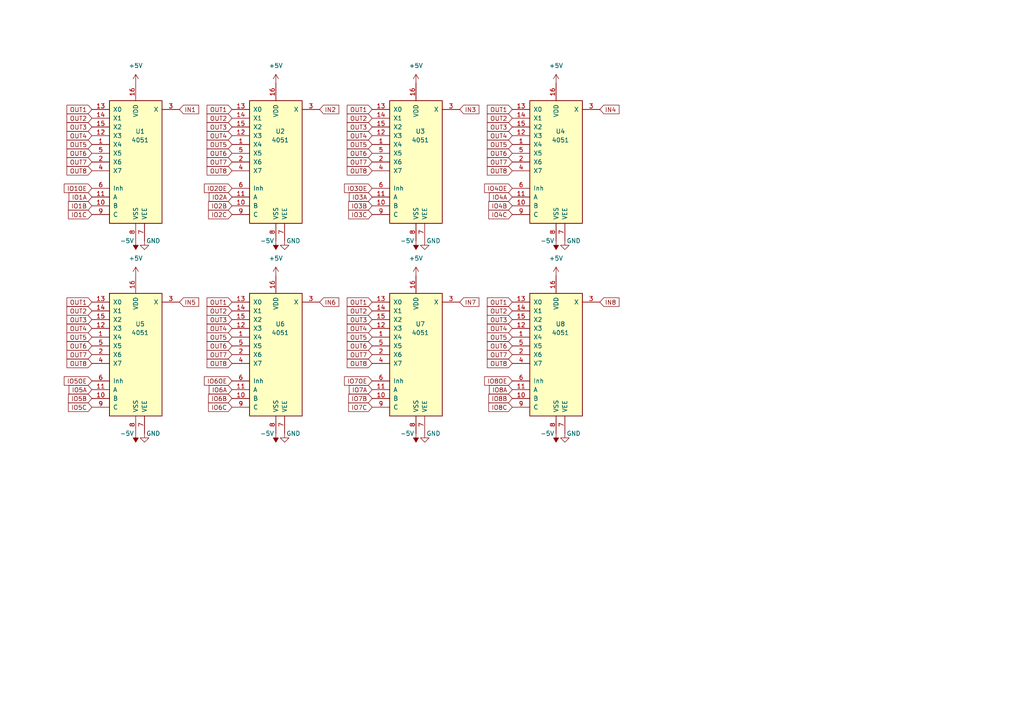
<source format=kicad_sch>
(kicad_sch (version 20230121) (generator eeschema)
  (paper "A4")
  (lib_symbols
    (symbol "4xxx:4051" (pin_names (offset 1.016))
      (property "Reference" "U" (at -7.62 19.05 0))
      (property "Value" "4051" (at -7.62 -19.05 0))
      (symbol "4051_1_0"
        (pin passive line (at -12.7 5.08 0) (length 5.08) (name "X4") (number "1"))
        (pin input line (at -12.7 -12.7 0) (length 5.08) (name "B") (number "10"))
        (pin input line (at -12.7 -10.16 0) (length 5.08) (name "A") (number "11"))
        (pin passive line (at -12.7 7.62 0) (length 5.08) (name "X3") (number "12"))
        (pin passive line (at -12.7 15.24 0) (length 5.08) (name "X0") (number "13"))
        (pin passive line (at -12.7 12.7 0) (length 5.08) (name "X1") (number "14"))
        (pin passive line (at -12.7 10.16 0) (length 5.08) (name "X2") (number "15"))
        (pin power_in line (at 0 22.86 270) (length 5.08) (name "VDD") (number "16"))
        (pin passive line (at -12.7 0 0) (length 5.08) (name "X6") (number "2"))
        (pin passive line (at 12.7 15.24 180) (length 5.08) (name "X") (number "3"))
        (pin passive line (at -12.7 -2.54 0) (length 5.08) (name "X7") (number "4"))
        (pin passive line (at -12.7 2.54 0) (length 5.08) (name "X5") (number "5"))
        (pin input line (at -12.7 -7.62 0) (length 5.08) (name "Inh") (number "6"))
        (pin power_in line (at 2.54 -22.86 90) (length 5.08) (name "VEE") (number "7"))
        (pin power_in line (at 0 -22.86 90) (length 5.08) (name "VSS") (number "8"))
        (pin input line (at -12.7 -15.24 0) (length 5.08) (name "C") (number "9"))
      )
      (symbol "4051_1_1"
        (rectangle (start -7.62 17.78) (end 7.62 -17.78) (stroke (width 0.254)) (fill (type background)))
      )
    )
    (symbol "power:+5V" (power) (pin_names (offset 0))
      (property "Value" "+5V" (at 0 3.556 0))
      (symbol "+5V_0_1"
        (polyline (pts (xy -0.762 1.27) (xy 0 2.54)))
        (polyline (pts (xy 0 0) (xy 0 2.54)))
        (polyline (pts (xy 0 2.54) (xy 0.762 1.27)))
      )
      (symbol "+5V_1_1"
        (pin power_in line (at 0 0 90) (length 0) hide (name "+5V") (number "1"))
      )
    )
    (symbol "power:-5V" (power) (pin_names (offset 0))
      (property "Value" "-5V" (at 0 3.81 0))
      (symbol "-5V_0_0"
        (pin power_in line (at 0 0 90) (length 0) hide (name "-5V") (number "1"))
      )
      (symbol "-5V_0_1"
        (polyline (pts (xy 0 0) (xy 0 1.27) (xy 0.762 1.27) (xy 0 2.54) (xy -0.762 1.27) (xy 0 1.27)) (fill (type outline)))
      )
    )
    (symbol "power:GND" (power) (pin_names (offset 0))
      (property "Value" "GND" (at 0 -3.81 0))
      (symbol "GND_0_1"
        (polyline (pts (xy 0 0) (xy 0 -1.27) (xy 1.27 -1.27) (xy 0 -2.54) (xy -1.27 -1.27) (xy 0 -1.27)))
      )
      (symbol "GND_1_1"
        (pin power_in line (at 0 0 270) (length 0) hide (name "GND") (number "1"))
      )
    )
  )
  (global_label "OUT2" (shape input) (at 148.59 90.17 180) (property "Intersheetrefs" "${INTERSHEET_REFS}" (effects hide)))
  (global_label "OUT6" (shape input) (at 67.31 44.45 180) (property "Intersheetrefs" "${INTERSHEET_REFS}" (effects hide)))
  (global_label "IN6" (shape input) (at 92.71 87.63 0) (property "Intersheetrefs" "${INTERSHEET_REFS}" (effects hide)))
  (global_label "OUT6" (shape input) (at 148.59 100.33 180) (property "Intersheetrefs" "${INTERSHEET_REFS}" (effects hide)))
  (global_label "IN7" (shape input) (at 133.35 87.63 0) (property "Intersheetrefs" "${INTERSHEET_REFS}" (effects hide)))
  (global_label "OUT6" (shape input) (at 67.31 100.33 180) (property "Intersheetrefs" "${INTERSHEET_REFS}" (effects hide)))
  (global_label "OUT2" (shape input) (at 148.59 34.29 180) (property "Intersheetrefs" "${INTERSHEET_REFS}" (effects hide)))
  (global_label "IO2C" (shape input) (at 67.31 62.23 180) (property "Intersheetrefs" "${INTERSHEET_REFS}" (effects hide)))
  (global_label "IN2" (shape input) (at 92.71 31.75 0) (property "Intersheetrefs" "${INTERSHEET_REFS}" (effects hide)))
  (global_label "IO2A" (shape input) (at 67.31 57.15 180) (property "Intersheetrefs" "${INTERSHEET_REFS}" (effects hide)))
  (global_label "IO1C" (shape input) (at 26.67 62.23 180) (property "Intersheetrefs" "${INTERSHEET_REFS}" (effects hide)))
  (global_label "OUT4" (shape input) (at 26.67 95.25 180) (property "Intersheetrefs" "${INTERSHEET_REFS}" (effects hide)))
  (global_label "OUT2" (shape input) (at 107.95 90.17 180) (property "Intersheetrefs" "${INTERSHEET_REFS}" (effects hide)))
  (global_label "OUT7" (shape input) (at 107.95 102.87 180) (property "Intersheetrefs" "${INTERSHEET_REFS}" (effects hide)))
  (global_label "IO3B" (shape input) (at 107.95 59.69 180) (property "Intersheetrefs" "${INTERSHEET_REFS}" (effects hide)))
  (global_label "OUT1" (shape input) (at 148.59 87.63 180) (property "Intersheetrefs" "${INTERSHEET_REFS}" (effects hide)))
  (global_label "IO3OE" (shape input) (at 107.95 54.61 180) (property "Intersheetrefs" "${INTERSHEET_REFS}" (effects hide)))
  (global_label "IO4B" (shape input) (at 148.59 59.69 180) (property "Intersheetrefs" "${INTERSHEET_REFS}" (effects hide)))
  (global_label "OUT3" (shape input) (at 67.31 92.71 180) (property "Intersheetrefs" "${INTERSHEET_REFS}" (effects hide)))
  (global_label "OUT4" (shape input) (at 148.59 39.37 180) (property "Intersheetrefs" "${INTERSHEET_REFS}" (effects hide)))
  (global_label "OUT6" (shape input) (at 107.95 100.33 180) (property "Intersheetrefs" "${INTERSHEET_REFS}" (effects hide)))
  (global_label "OUT2" (shape input) (at 107.95 34.29 180) (property "Intersheetrefs" "${INTERSHEET_REFS}" (effects hide)))
  (global_label "IO8C" (shape input) (at 148.59 118.11 180) (property "Intersheetrefs" "${INTERSHEET_REFS}" (effects hide)))
  (global_label "OUT3" (shape input) (at 107.95 36.83 180) (property "Intersheetrefs" "${INTERSHEET_REFS}" (effects hide)))
  (global_label "IO4C" (shape input) (at 148.59 62.23 180) (property "Intersheetrefs" "${INTERSHEET_REFS}" (effects hide)))
  (global_label "OUT5" (shape input) (at 107.95 97.79 180) (property "Intersheetrefs" "${INTERSHEET_REFS}" (effects hide)))
  (global_label "OUT8" (shape input) (at 67.31 49.53 180) (property "Intersheetrefs" "${INTERSHEET_REFS}" (effects hide)))
  (global_label "IO4A" (shape input) (at 148.59 57.15 180) (property "Intersheetrefs" "${INTERSHEET_REFS}" (effects hide)))
  (global_label "IO5OE" (shape input) (at 26.67 110.49 180) (property "Intersheetrefs" "${INTERSHEET_REFS}" (effects hide)))
  (global_label "OUT4" (shape input) (at 148.59 95.25 180) (property "Intersheetrefs" "${INTERSHEET_REFS}" (effects hide)))
  (global_label "OUT5" (shape input) (at 107.95 41.91 180) (property "Intersheetrefs" "${INTERSHEET_REFS}" (effects hide)))
  (global_label "OUT3" (shape input) (at 148.59 36.83 180) (property "Intersheetrefs" "${INTERSHEET_REFS}" (effects hide)))
  (global_label "OUT4" (shape input) (at 107.95 95.25 180) (property "Intersheetrefs" "${INTERSHEET_REFS}" (effects hide)))
  (global_label "OUT3" (shape input) (at 148.59 92.71 180) (property "Intersheetrefs" "${INTERSHEET_REFS}" (effects hide)))
  (global_label "IO7B" (shape input) (at 107.95 115.57 180) (property "Intersheetrefs" "${INTERSHEET_REFS}" (effects hide)))
  (global_label "OUT5" (shape input) (at 26.67 41.91 180) (property "Intersheetrefs" "${INTERSHEET_REFS}" (effects hide)))
  (global_label "OUT4" (shape input) (at 107.95 39.37 180) (property "Intersheetrefs" "${INTERSHEET_REFS}" (effects hide)))
  (global_label "IO5A" (shape input) (at 26.67 113.03 180) (property "Intersheetrefs" "${INTERSHEET_REFS}" (effects hide)))
  (global_label "IO6OE" (shape input) (at 67.31 110.49 180) (property "Intersheetrefs" "${INTERSHEET_REFS}" (effects hide)))
  (global_label "IO8A" (shape input) (at 148.59 113.03 180) (property "Intersheetrefs" "${INTERSHEET_REFS}" (effects hide)))
  (global_label "OUT3" (shape input) (at 26.67 92.71 180) (property "Intersheetrefs" "${INTERSHEET_REFS}" (effects hide)))
  (global_label "OUT7" (shape input) (at 67.31 46.99 180) (property "Intersheetrefs" "${INTERSHEET_REFS}" (effects hide)))
  (global_label "IO8OE" (shape input) (at 148.59 110.49 180) (property "Intersheetrefs" "${INTERSHEET_REFS}" (effects hide)))
  (global_label "OUT6" (shape input) (at 107.95 44.45 180) (property "Intersheetrefs" "${INTERSHEET_REFS}" (effects hide)))
  (global_label "OUT7" (shape input) (at 107.95 46.99 180) (property "Intersheetrefs" "${INTERSHEET_REFS}" (effects hide)))
  (global_label "OUT5" (shape input) (at 148.59 97.79 180) (property "Intersheetrefs" "${INTERSHEET_REFS}" (effects hide)))
  (global_label "IO7OE" (shape input) (at 107.95 110.49 180) (property "Intersheetrefs" "${INTERSHEET_REFS}" (effects hide)))
  (global_label "OUT8" (shape input) (at 148.59 49.53 180) (property "Intersheetrefs" "${INTERSHEET_REFS}" (effects hide)))
  (global_label "OUT8" (shape input) (at 26.67 105.41 180) (property "Intersheetrefs" "${INTERSHEET_REFS}" (effects hide)))
  (global_label "OUT5" (shape input) (at 26.67 97.79 180) (property "Intersheetrefs" "${INTERSHEET_REFS}" (effects hide)))
  (global_label "IO3C" (shape input) (at 107.95 62.23 180) (property "Intersheetrefs" "${INTERSHEET_REFS}" (effects hide)))
  (global_label "OUT1" (shape input) (at 67.31 87.63 180) (property "Intersheetrefs" "${INTERSHEET_REFS}" (effects hide)))
  (global_label "IO4OE" (shape input) (at 148.59 54.61 180) (property "Intersheetrefs" "${INTERSHEET_REFS}" (effects hide)))
  (global_label "OUT1" (shape input) (at 67.31 31.75 180) (property "Intersheetrefs" "${INTERSHEET_REFS}" (effects hide)))
  (global_label "IN4" (shape input) (at 173.99 31.75 0) (property "Intersheetrefs" "${INTERSHEET_REFS}" (effects hide)))
  (global_label "OUT8" (shape input) (at 107.95 105.41 180) (property "Intersheetrefs" "${INTERSHEET_REFS}" (effects hide)))
  (global_label "OUT3" (shape input) (at 67.31 36.83 180) (property "Intersheetrefs" "${INTERSHEET_REFS}" (effects hide)))
  (global_label "OUT8" (shape input) (at 26.67 49.53 180) (property "Intersheetrefs" "${INTERSHEET_REFS}" (effects hide)))
  (global_label "OUT2" (shape input) (at 26.67 34.29 180) (property "Intersheetrefs" "${INTERSHEET_REFS}" (effects hide)))
  (global_label "OUT8" (shape input) (at 107.95 49.53 180) (property "Intersheetrefs" "${INTERSHEET_REFS}" (effects hide)))
  (global_label "OUT1" (shape input) (at 26.67 87.63 180) (property "Intersheetrefs" "${INTERSHEET_REFS}" (effects hide)))
  (global_label "OUT7" (shape input) (at 26.67 46.99 180) (property "Intersheetrefs" "${INTERSHEET_REFS}" (effects hide)))
  (global_label "IO5B" (shape input) (at 26.67 115.57 180) (property "Intersheetrefs" "${INTERSHEET_REFS}" (effects hide)))
  (global_label "OUT1" (shape input) (at 148.59 31.75 180) (property "Intersheetrefs" "${INTERSHEET_REFS}" (effects hide)))
  (global_label "IO6C" (shape input) (at 67.31 118.11 180) (property "Intersheetrefs" "${INTERSHEET_REFS}" (effects hide)))
  (global_label "IO7C" (shape input) (at 107.95 118.11 180) (property "Intersheetrefs" "${INTERSHEET_REFS}" (effects hide)))
  (global_label "IO1B" (shape input) (at 26.67 59.69 180) (property "Intersheetrefs" "${INTERSHEET_REFS}" (effects hide)))
  (global_label "OUT7" (shape input) (at 148.59 102.87 180) (property "Intersheetrefs" "${INTERSHEET_REFS}" (effects hide)))
  (global_label "IO6B" (shape input) (at 67.31 115.57 180) (property "Intersheetrefs" "${INTERSHEET_REFS}" (effects hide)))
  (global_label "OUT6" (shape input) (at 148.59 44.45 180) (property "Intersheetrefs" "${INTERSHEET_REFS}" (effects hide)))
  (global_label "IN3" (shape input) (at 133.35 31.75 0) (property "Intersheetrefs" "${INTERSHEET_REFS}" (effects hide)))
  (global_label "IN5" (shape input) (at 52.07 87.63 0) (property "Intersheetrefs" "${INTERSHEET_REFS}" (effects hide)))
  (global_label "OUT6" (shape input) (at 26.67 100.33 180) (property "Intersheetrefs" "${INTERSHEET_REFS}" (effects hide)))
  (global_label "OUT3" (shape input) (at 107.95 92.71 180) (property "Intersheetrefs" "${INTERSHEET_REFS}" (effects hide)))
  (global_label "IN1" (shape input) (at 52.07 31.75 0) (property "Intersheetrefs" "${INTERSHEET_REFS}" (effects hide)))
  (global_label "IO7A" (shape input) (at 107.95 113.03 180) (property "Intersheetrefs" "${INTERSHEET_REFS}" (effects hide)))
  (global_label "IO1A" (shape input) (at 26.67 57.15 180) (property "Intersheetrefs" "${INTERSHEET_REFS}" (effects hide)))
  (global_label "IO2OE" (shape input) (at 67.31 54.61 180) (property "Intersheetrefs" "${INTERSHEET_REFS}" (effects hide)))
  (global_label "OUT7" (shape input) (at 67.31 102.87 180) (property "Intersheetrefs" "${INTERSHEET_REFS}" (effects hide)))
  (global_label "IO1OE" (shape input) (at 26.67 54.61 180) (property "Intersheetrefs" "${INTERSHEET_REFS}" (effects hide)))
  (global_label "OUT7" (shape input) (at 26.67 102.87 180) (property "Intersheetrefs" "${INTERSHEET_REFS}" (effects hide)))
  (global_label "OUT8" (shape input) (at 67.31 105.41 180) (property "Intersheetrefs" "${INTERSHEET_REFS}" (effects hide)))
  (global_label "OUT1" (shape input) (at 107.95 87.63 180) (property "Intersheetrefs" "${INTERSHEET_REFS}" (effects hide)))
  (global_label "OUT4" (shape input) (at 26.67 39.37 180) (property "Intersheetrefs" "${INTERSHEET_REFS}" (effects hide)))
  (global_label "OUT8" (shape input) (at 148.59 105.41 180) (property "Intersheetrefs" "${INTERSHEET_REFS}" (effects hide)))
  (global_label "OUT3" (shape input) (at 26.67 36.83 180) (property "Intersheetrefs" "${INTERSHEET_REFS}" (effects hide)))
  (global_label "IN8" (shape input) (at 173.99 87.63 0) (property "Intersheetrefs" "${INTERSHEET_REFS}" (effects hide)))
  (global_label "IO6A" (shape input) (at 67.31 113.03 180) (property "Intersheetrefs" "${INTERSHEET_REFS}" (effects hide)))
  (global_label "OUT1" (shape input) (at 26.67 31.75 180) (property "Intersheetrefs" "${INTERSHEET_REFS}" (effects hide)))
  (global_label "OUT7" (shape input) (at 148.59 46.99 180) (property "Intersheetrefs" "${INTERSHEET_REFS}" (effects hide)))
  (global_label "OUT5" (shape input) (at 148.59 41.91 180) (property "Intersheetrefs" "${INTERSHEET_REFS}" (effects hide)))
  (global_label "IO3A" (shape input) (at 107.95 57.15 180) (property "Intersheetrefs" "${INTERSHEET_REFS}" (effects hide)))
  (global_label "OUT2" (shape input) (at 67.31 34.29 180) (property "Intersheetrefs" "${INTERSHEET_REFS}" (effects hide)))
  (global_label "IO8B" (shape input) (at 148.59 115.57 180) (property "Intersheetrefs" "${INTERSHEET_REFS}" (effects hide)))
  (global_label "OUT5" (shape input) (at 67.31 97.79 180) (property "Intersheetrefs" "${INTERSHEET_REFS}" (effects hide)))
  (global_label "OUT1" (shape input) (at 107.95 31.75 180) (property "Intersheetrefs" "${INTERSHEET_REFS}" (effects hide)))
  (global_label "OUT4" (shape input) (at 67.31 95.25 180) (property "Intersheetrefs" "${INTERSHEET_REFS}" (effects hide)))
  (global_label "IO2B" (shape input) (at 67.31 59.69 180) (property "Intersheetrefs" "${INTERSHEET_REFS}" (effects hide)))
  (global_label "OUT2" (shape input) (at 67.31 90.17 180) (property "Intersheetrefs" "${INTERSHEET_REFS}" (effects hide)))
  (global_label "IO5C" (shape input) (at 26.67 118.11 180) (property "Intersheetrefs" "${INTERSHEET_REFS}" (effects hide)))
  (global_label "OUT2" (shape input) (at 26.67 90.17 180) (property "Intersheetrefs" "${INTERSHEET_REFS}" (effects hide)))
  (global_label "OUT5" (shape input) (at 67.31 41.91 180) (property "Intersheetrefs" "${INTERSHEET_REFS}" (effects hide)))
  (global_label "OUT6" (shape input) (at 26.67 44.45 180) (property "Intersheetrefs" "${INTERSHEET_REFS}" (effects hide)))
  (global_label "OUT4" (shape input) (at 67.31 39.37 180) (property "Intersheetrefs" "${INTERSHEET_REFS}" (effects hide)))
  (symbol (lib_id "power:GND") (at 41.91 125.73 0) (unit 1)
    (property "Reference" "#PWR015" (effects hide))
    (property "Value" "GND" (at 44.45 125.73 0))
  )
  (symbol (lib_id "power:+5V") (at 161.29 24.13 0) (unit 1)
    (property "Reference" "#PWR010" (effects hide))
    (property "Value" "+5V" (at 161.29 19.05 0))
  )
  (symbol (lib_id "power:+5V") (at 161.29 80.01 0) (unit 1)
    (property "Reference" "#PWR022" (effects hide))
    (property "Value" "+5V" (at 161.29 74.93 0))
  )
  (symbol (lib_id "power:-5V") (at 39.37 69.85 180) (unit 1)
    (property "Reference" "#PWR02" (effects hide))
    (property "Value" "-5V" (at 36.83 69.85 0))
  )
  (symbol (lib_id "power:-5V") (at 80.01 69.85 180) (unit 1)
    (property "Reference" "#PWR05" (effects hide))
    (property "Value" "-5V" (at 77.47 69.85 0))
  )
  (symbol (lib_id "4xxx:4051") (at 161.29 102.87 0) (unit 1)
    (property "Reference" "U8" (at 162.56 93.98 0))
    (property "Value" "4051" (at 162.56 96.52 0))
    (property "Datasheet" "http://www.intersil.com/content/dam/Intersil/documents/cd40/cd4051bms-52bms-53bms.pdf" (effects hide))
  )
  (symbol (lib_id "power:GND") (at 163.83 125.73 0) (unit 1)
    (property "Reference" "#PWR024" (effects hide))
    (property "Value" "GND" (at 166.37 125.73 0))
  )
  (symbol (lib_id "power:+5V") (at 80.01 24.13 0) (unit 1)
    (property "Reference" "#PWR04" (effects hide))
    (property "Value" "+5V" (at 80.01 19.05 0))
  )
  (symbol (lib_id "4xxx:4051") (at 120.65 102.87 0) (unit 1)
    (property "Reference" "U7" (at 121.92 93.98 0))
    (property "Value" "4051" (at 121.92 96.52 0))
    (property "Datasheet" "http://www.intersil.com/content/dam/Intersil/documents/cd40/cd4051bms-52bms-53bms.pdf" (effects hide))
  )
  (symbol (lib_id "power:GND") (at 41.91 69.85 0) (unit 1)
    (property "Reference" "#PWR03" (effects hide))
    (property "Value" "GND" (at 44.45 69.85 0))
  )
  (symbol (lib_id "power:GND") (at 123.19 69.85 0) (unit 1)
    (property "Reference" "#PWR09" (effects hide))
    (property "Value" "GND" (at 125.73 69.85 0))
  )
  (symbol (lib_id "4xxx:4051") (at 161.29 46.99 0) (unit 1)
    (property "Reference" "U4" (at 162.56 38.1 0))
    (property "Value" "4051" (at 162.56 40.64 0))
    (property "Datasheet" "http://www.intersil.com/content/dam/Intersil/documents/cd40/cd4051bms-52bms-53bms.pdf" (effects hide))
  )
  (symbol (lib_id "power:-5V") (at 161.29 69.85 180) (unit 1)
    (property "Reference" "#PWR011" (effects hide))
    (property "Value" "-5V" (at 158.75 69.85 0))
  )
  (symbol (lib_id "power:-5V") (at 120.65 69.85 180) (unit 1)
    (property "Reference" "#PWR08" (effects hide))
    (property "Value" "-5V" (at 118.11 69.85 0))
  )
  (symbol (lib_id "power:+5V") (at 80.01 80.01 0) (unit 1)
    (property "Reference" "#PWR016" (effects hide))
    (property "Value" "+5V" (at 80.01 74.93 0))
  )
  (symbol (lib_id "power:+5V") (at 120.65 24.13 0) (unit 1)
    (property "Reference" "#PWR07" (effects hide))
    (property "Value" "+5V" (at 120.65 19.05 0))
  )
  (symbol (lib_id "power:-5V") (at 120.65 125.73 180) (unit 1)
    (property "Reference" "#PWR020" (effects hide))
    (property "Value" "-5V" (at 118.11 125.73 0))
  )
  (symbol (lib_id "4xxx:4051") (at 39.37 102.87 0) (unit 1)
    (property "Reference" "U5" (at 40.64 93.98 0))
    (property "Value" "4051" (at 40.64 96.52 0))
    (property "Datasheet" "http://www.intersil.com/content/dam/Intersil/documents/cd40/cd4051bms-52bms-53bms.pdf" (effects hide))
  )
  (symbol (lib_id "power:GND") (at 123.19 125.73 0) (unit 1)
    (property "Reference" "#PWR021" (effects hide))
    (property "Value" "GND" (at 125.73 125.73 0))
  )
  (symbol (lib_id "power:GND") (at 163.83 69.85 0) (unit 1)
    (property "Reference" "#PWR012" (effects hide))
    (property "Value" "GND" (at 166.37 69.85 0))
  )
  (symbol (lib_id "4xxx:4051") (at 39.37 46.99 0) (unit 1)
    (property "Reference" "U1" (at 40.64 38.1 0))
    (property "Value" "4051" (at 40.64 40.64 0))
    (property "Datasheet" "http://www.intersil.com/content/dam/Intersil/documents/cd40/cd4051bms-52bms-53bms.pdf" (effects hide))
  )
  (symbol (lib_id "power:-5V") (at 161.29 125.73 180) (unit 1)
    (property "Reference" "#PWR023" (effects hide))
    (property "Value" "-5V" (at 158.75 125.73 0))
  )
  (symbol (lib_id "power:GND") (at 82.55 69.85 0) (unit 1)
    (property "Reference" "#PWR06" (effects hide))
    (property "Value" "GND" (at 85.09 69.85 0))
  )
  (symbol (lib_id "power:-5V") (at 80.01 125.73 180) (unit 1)
    (property "Reference" "#PWR017" (effects hide))
    (property "Value" "-5V" (at 77.47 125.73 0))
  )
  (symbol (lib_id "4xxx:4051") (at 80.01 102.87 0) (unit 1)
    (property "Reference" "U6" (at 81.28 93.98 0))
    (property "Value" "4051" (at 81.28 96.52 0))
    (property "Datasheet" "http://www.intersil.com/content/dam/Intersil/documents/cd40/cd4051bms-52bms-53bms.pdf" (effects hide))
  )
  (symbol (lib_id "power:-5V") (at 39.37 125.73 180) (unit 1)
    (property "Reference" "#PWR014" (effects hide))
    (property "Value" "-5V" (at 36.83 125.73 0))
  )
  (symbol (lib_id "power:+5V") (at 39.37 24.13 0) (unit 1)
    (property "Reference" "#PWR01" (effects hide))
    (property "Value" "+5V" (at 39.37 19.05 0))
  )
  (symbol (lib_id "4xxx:4051") (at 80.01 46.99 0) (unit 1)
    (property "Reference" "U2" (at 81.28 38.1 0))
    (property "Value" "4051" (at 81.28 40.64 0))
    (property "Datasheet" "http://www.intersil.com/content/dam/Intersil/documents/cd40/cd4051bms-52bms-53bms.pdf" (effects hide))
  )
  (symbol (lib_id "power:+5V") (at 39.37 80.01 0) (unit 1)
    (property "Reference" "#PWR013" (effects hide))
    (property "Value" "+5V" (at 39.37 74.93 0))
  )
  (symbol (lib_id "power:+5V") (at 120.65 80.01 0) (unit 1)
    (property "Reference" "#PWR019" (effects hide))
    (property "Value" "+5V" (at 120.65 74.93 0))
  )
  (symbol (lib_id "4xxx:4051") (at 120.65 46.99 0) (unit 1)
    (property "Reference" "U3" (at 121.92 38.1 0))
    (property "Value" "4051" (at 121.92 40.64 0))
    (property "Datasheet" "http://www.intersil.com/content/dam/Intersil/documents/cd40/cd4051bms-52bms-53bms.pdf" (effects hide))
  )
  (symbol (lib_id "power:GND") (at 82.55 125.73 0) (unit 1)
    (property "Reference" "#PWR018" (effects hide))
    (property "Value" "GND" (at 85.09 125.73 0))
  )
)
</source>
